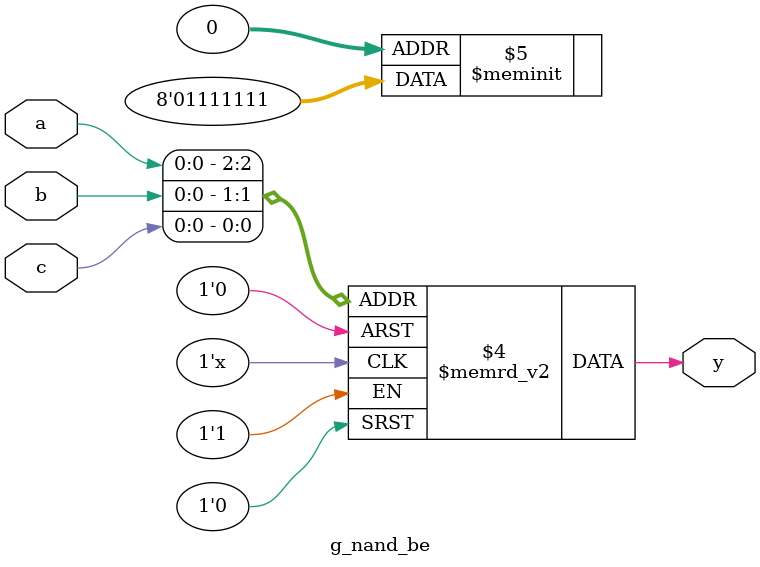
<source format=v>
`timescale 1ns / 1ps

//structural model
module g_nand(
    y,
    a,
    b,
    c
    );
    
    output y;
    input a,b,c;
    
//       o i i i
    nand(y,a,b,c);

endmodule


//data flow model
module g_nand_data(
    y,
    a,
    b,
    c
    );
    output y;
    input a,b,c;
    
    assign y = ~ ( a & b & c );
    
endmodule

//behavioral model
module g_nand_be(
    y,
    a,
    b,
    c
    );
    output reg y;
    input a,b,c;
    
    always@(*)
    begin
        case({a,b,c})
            3'b000:y<=1'b1;
            3'b001:y<=1'b1;
            3'b010:y<=1'b1;
            3'b011:y<=1'b1;
            3'b100:y<=1'b1;
            3'b101:y<=1'b1;
            3'b110:y<=1'b1;
            3'b111:y<=1'b0;
         endcase
    end
endmodule

</source>
